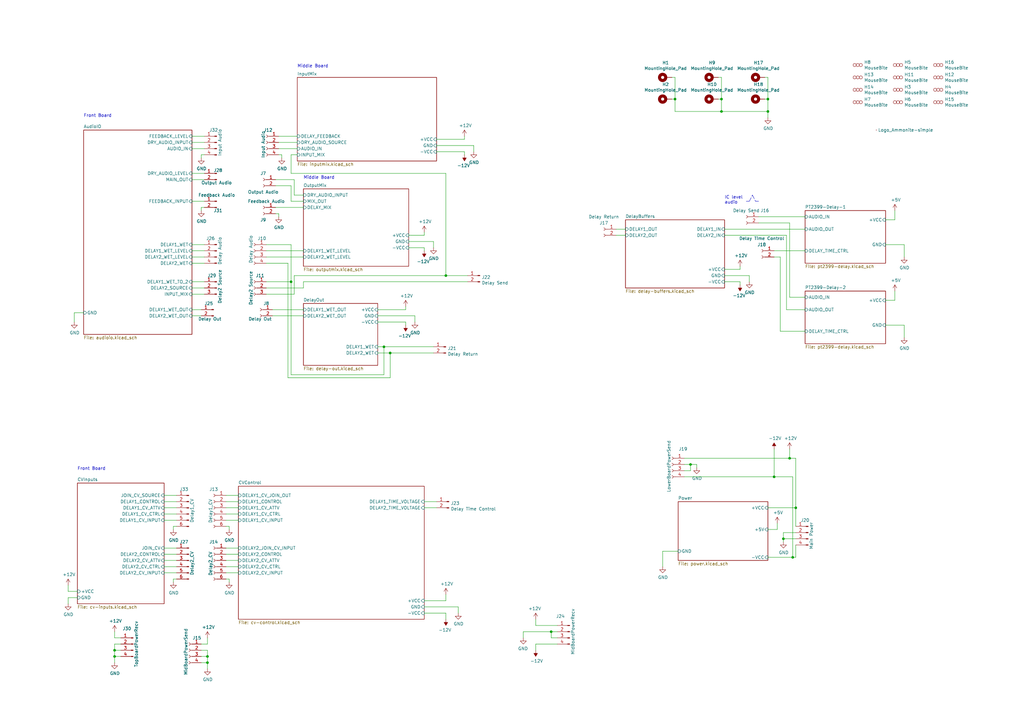
<source format=kicad_sch>
(kicad_sch (version 20211123) (generator eeschema)
  (paper "A3")
  (title_block (title "Dual Digi Delay") (date "2021-12-18") (rev "v02") (comment 2 "creativecommons.org/licenses/by/4.0/") (comment 3 "License: CC BY 4.0") (comment 4 "Author: Guy John"))
  (lib_symbols
    (symbol "Board_Hardware:Logo_Ammonite-simple" (pin_numbers hide) (pin_names (offset 0) hide)
      (property "Value" "Logo_Ammonite-simple" (at -1.27 -1.27 0))
      (symbol "Logo_Ammonite-simple_0_1"
        (circle (center 0 0) (radius 0.0001))
      )
    )
    (symbol "Connector:Conn_01x02_Female" (pin_names (offset 1.016) hide)
      (property "Reference" "J" (at 0 2.54 0))
      (property "Value" "Conn_01x02_Female" (at 0 -5.08 0))
      (symbol "Conn_01x02_Female_1_1"
        (arc (start 0 -2.032) (mid -0.508 -2.54) (end 0 -3.048) (stroke (width 0.1524)))
        (polyline (pts (xy -1.27 -2.54) (xy -0.508 -2.54)) (stroke (width 0.1524)))
        (polyline (pts (xy -1.27 0) (xy -0.508 0)) (stroke (width 0.1524)))
        (arc (start 0 0.508) (mid -0.508 0) (end 0 -0.508) (stroke (width 0.1524)))
        (pin passive line (at -5.08 0 0) (length 3.81) (name "Pin_1") (number "1"))
        (pin passive line (at -5.08 -2.54 0) (length 3.81) (name "Pin_2") (number "2"))
      )
    )
    (symbol "Connector:Conn_01x02_Male" (pin_names (offset 1.016) hide)
      (property "Reference" "J" (at 0 2.54 0))
      (property "Value" "Conn_01x02_Male" (at 0 -5.08 0))
      (symbol "Conn_01x02_Male_1_1"
        (polyline (pts (xy 1.27 -2.54) (xy 0.8636 -2.54)) (stroke (width 0.1524)))
        (polyline (pts (xy 1.27 0) (xy 0.8636 0)) (stroke (width 0.1524)))
        (rectangle (start 0.8636 -2.413) (end 0 -2.667) (stroke (width 0.1524)) (fill (type outline)))
        (rectangle (start 0.8636 0.127) (end 0 -0.127) (stroke (width 0.1524)) (fill (type outline)))
        (pin passive line (at 5.08 0 180) (length 3.81) (name "Pin_1") (number "1"))
        (pin passive line (at 5.08 -2.54 180) (length 3.81) (name "Pin_2") (number "2"))
      )
    )
    (symbol "Connector:Conn_01x03_Female" (pin_names (offset 1.016) hide)
      (property "Reference" "J" (at 0 5.08 0))
      (property "Value" "Conn_01x03_Female" (at 0 -5.08 0))
      (symbol "Conn_01x03_Female_1_1"
        (arc (start 0 -2.032) (mid -0.508 -2.54) (end 0 -3.048) (stroke (width 0.1524)))
        (polyline (pts (xy -1.27 -2.54) (xy -0.508 -2.54)) (stroke (width 0.1524)))
        (polyline (pts (xy -1.27 0) (xy -0.508 0)) (stroke (width 0.1524)))
        (polyline (pts (xy -1.27 2.54) (xy -0.508 2.54)) (stroke (width 0.1524)))
        (arc (start 0 0.508) (mid -0.508 0) (end 0 -0.508) (stroke (width 0.1524)))
        (arc (start 0 3.048) (mid -0.508 2.54) (end 0 2.032) (stroke (width 0.1524)))
        (pin passive line (at -5.08 2.54 0) (length 3.81) (name "Pin_1") (number "1"))
        (pin passive line (at -5.08 0 0) (length 3.81) (name "Pin_2") (number "2"))
        (pin passive line (at -5.08 -2.54 0) (length 3.81) (name "Pin_3") (number "3"))
      )
    )
    (symbol "Connector:Conn_01x03_Male" (pin_names (offset 1.016) hide)
      (property "Reference" "J" (at 0 5.08 0))
      (property "Value" "Conn_01x03_Male" (at 0 -5.08 0))
      (symbol "Conn_01x03_Male_1_1"
        (polyline (pts (xy 1.27 -2.54) (xy 0.8636 -2.54)) (stroke (width 0.1524)))
        (polyline (pts (xy 1.27 0) (xy 0.8636 0)) (stroke (width 0.1524)))
        (polyline (pts (xy 1.27 2.54) (xy 0.8636 2.54)) (stroke (width 0.1524)))
        (rectangle (start 0.8636 -2.413) (end 0 -2.667) (stroke (width 0.1524)) (fill (type outline)))
        (rectangle (start 0.8636 0.127) (end 0 -0.127) (stroke (width 0.1524)) (fill (type outline)))
        (rectangle (start 0.8636 2.667) (end 0 2.413) (stroke (width 0.1524)) (fill (type outline)))
        (pin passive line (at 5.08 2.54 180) (length 3.81) (name "Pin_1") (number "1"))
        (pin passive line (at 5.08 0 180) (length 3.81) (name "Pin_2") (number "2"))
        (pin passive line (at 5.08 -2.54 180) (length 3.81) (name "Pin_3") (number "3"))
      )
    )
    (symbol "Connector:Conn_01x04_Female" (pin_names (offset 1.016) hide)
      (property "Reference" "J" (at 0 5.08 0))
      (property "Value" "Conn_01x04_Female" (at 0 -7.62 0))
      (symbol "Conn_01x04_Female_1_1"
        (arc (start 0 -4.572) (mid -0.508 -5.08) (end 0 -5.588) (stroke (width 0.1524)))
        (arc (start 0 -2.032) (mid -0.508 -2.54) (end 0 -3.048) (stroke (width 0.1524)))
        (polyline (pts (xy -1.27 -5.08) (xy -0.508 -5.08)) (stroke (width 0.1524)))
        (polyline (pts (xy -1.27 -2.54) (xy -0.508 -2.54)) (stroke (width 0.1524)))
        (polyline (pts (xy -1.27 0) (xy -0.508 0)) (stroke (width 0.1524)))
        (polyline (pts (xy -1.27 2.54) (xy -0.508 2.54)) (stroke (width 0.1524)))
        (arc (start 0 0.508) (mid -0.508 0) (end 0 -0.508) (stroke (width 0.1524)))
        (arc (start 0 3.048) (mid -0.508 2.54) (end 0 2.032) (stroke (width 0.1524)))
        (pin passive line (at -5.08 2.54 0) (length 3.81) (name "Pin_1") (number "1"))
        (pin passive line (at -5.08 0 0) (length 3.81) (name "Pin_2") (number "2"))
        (pin passive line (at -5.08 -2.54 0) (length 3.81) (name "Pin_3") (number "3"))
        (pin passive line (at -5.08 -5.08 0) (length 3.81) (name "Pin_4") (number "4"))
      )
    )
    (symbol "Connector:Conn_01x04_Male" (pin_names (offset 1.016) hide)
      (property "Reference" "J" (at 0 5.08 0))
      (property "Value" "Conn_01x04_Male" (at 0 -7.62 0))
      (symbol "Conn_01x04_Male_1_1"
        (polyline (pts (xy 1.27 -5.08) (xy 0.8636 -5.08)) (stroke (width 0.1524)))
        (polyline (pts (xy 1.27 -2.54) (xy 0.8636 -2.54)) (stroke (width 0.1524)))
        (polyline (pts (xy 1.27 0) (xy 0.8636 0)) (stroke (width 0.1524)))
        (polyline (pts (xy 1.27 2.54) (xy 0.8636 2.54)) (stroke (width 0.1524)))
        (rectangle (start 0.8636 -4.953) (end 0 -5.207) (stroke (width 0.1524)) (fill (type outline)))
        (rectangle (start 0.8636 -2.413) (end 0 -2.667) (stroke (width 0.1524)) (fill (type outline)))
        (rectangle (start 0.8636 0.127) (end 0 -0.127) (stroke (width 0.1524)) (fill (type outline)))
        (rectangle (start 0.8636 2.667) (end 0 2.413) (stroke (width 0.1524)) (fill (type outline)))
        (pin passive line (at 5.08 2.54 180) (length 3.81) (name "Pin_1") (number "1"))
        (pin passive line (at 5.08 0 180) (length 3.81) (name "Pin_2") (number "2"))
        (pin passive line (at 5.08 -2.54 180) (length 3.81) (name "Pin_3") (number "3"))
        (pin passive line (at 5.08 -5.08 180) (length 3.81) (name "Pin_4") (number "4"))
      )
    )
    (symbol "Connector:Conn_01x06_Female" (pin_names (offset 1.016) hide)
      (property "Reference" "J" (at 0 7.62 0))
      (property "Value" "Conn_01x06_Female" (at 0 -10.16 0))
      (symbol "Conn_01x06_Female_1_1"
        (arc (start 0 -7.112) (mid -0.508 -7.62) (end 0 -8.128) (stroke (width 0.1524)))
        (arc (start 0 -4.572) (mid -0.508 -5.08) (end 0 -5.588) (stroke (width 0.1524)))
        (arc (start 0 -2.032) (mid -0.508 -2.54) (end 0 -3.048) (stroke (width 0.1524)))
        (polyline (pts (xy -1.27 -7.62) (xy -0.508 -7.62)) (stroke (width 0.1524)))
        (polyline (pts (xy -1.27 -5.08) (xy -0.508 -5.08)) (stroke (width 0.1524)))
        (polyline (pts (xy -1.27 -2.54) (xy -0.508 -2.54)) (stroke (width 0.1524)))
        (polyline (pts (xy -1.27 0) (xy -0.508 0)) (stroke (width 0.1524)))
        (polyline (pts (xy -1.27 2.54) (xy -0.508 2.54)) (stroke (width 0.1524)))
        (polyline (pts (xy -1.27 5.08) (xy -0.508 5.08)) (stroke (width 0.1524)))
        (arc (start 0 0.508) (mid -0.508 0) (end 0 -0.508) (stroke (width 0.1524)))
        (arc (start 0 3.048) (mid -0.508 2.54) (end 0 2.032) (stroke (width 0.1524)))
        (arc (start 0 5.588) (mid -0.508 5.08) (end 0 4.572) (stroke (width 0.1524)))
        (pin passive line (at -5.08 5.08 0) (length 3.81) (name "Pin_1") (number "1"))
        (pin passive line (at -5.08 2.54 0) (length 3.81) (name "Pin_2") (number "2"))
        (pin passive line (at -5.08 0 0) (length 3.81) (name "Pin_3") (number "3"))
        (pin passive line (at -5.08 -2.54 0) (length 3.81) (name "Pin_4") (number "4"))
        (pin passive line (at -5.08 -5.08 0) (length 3.81) (name "Pin_5") (number "5"))
        (pin passive line (at -5.08 -7.62 0) (length 3.81) (name "Pin_6") (number "6"))
      )
    )
    (symbol "Connector:Conn_01x06_Male" (pin_names (offset 1.016) hide)
      (property "Reference" "J" (at 0 7.62 0))
      (property "Value" "Conn_01x06_Male" (at 0 -10.16 0))
      (symbol "Conn_01x06_Male_1_1"
        (polyline (pts (xy 1.27 -7.62) (xy 0.8636 -7.62)) (stroke (width 0.1524)))
        (polyline (pts (xy 1.27 -5.08) (xy 0.8636 -5.08)) (stroke (width 0.1524)))
        (polyline (pts (xy 1.27 -2.54) (xy 0.8636 -2.54)) (stroke (width 0.1524)))
        (polyline (pts (xy 1.27 0) (xy 0.8636 0)) (stroke (width 0.1524)))
        (polyline (pts (xy 1.27 2.54) (xy 0.8636 2.54)) (stroke (width 0.1524)))
        (polyline (pts (xy 1.27 5.08) (xy 0.8636 5.08)) (stroke (width 0.1524)))
        (rectangle (start 0.8636 -7.493) (end 0 -7.747) (stroke (width 0.1524)) (fill (type outline)))
        (rectangle (start 0.8636 -4.953) (end 0 -5.207) (stroke (width 0.1524)) (fill (type outline)))
        (rectangle (start 0.8636 -2.413) (end 0 -2.667) (stroke (width 0.1524)) (fill (type outline)))
        (rectangle (start 0.8636 0.127) (end 0 -0.127) (stroke (width 0.1524)) (fill (type outline)))
        (rectangle (start 0.8636 2.667) (end 0 2.413) (stroke (width 0.1524)) (fill (type outline)))
        (rectangle (start 0.8636 5.207) (end 0 4.953) (stroke (width 0.1524)) (fill (type outline)))
        (pin passive line (at 5.08 5.08 180) (length 3.81) (name "Pin_1") (number "1"))
        (pin passive line (at 5.08 2.54 180) (length 3.81) (name "Pin_2") (number "2"))
        (pin passive line (at 5.08 0 180) (length 3.81) (name "Pin_3") (number "3"))
        (pin passive line (at 5.08 -2.54 180) (length 3.81) (name "Pin_4") (number "4"))
        (pin passive line (at 5.08 -5.08 180) (length 3.81) (name "Pin_5") (number "5"))
        (pin passive line (at 5.08 -7.62 180) (length 3.81) (name "Pin_6") (number "6"))
      )
    )
    (symbol "Mechanical:MountingHole_Pad" (pin_numbers hide) (pin_names (offset 1.016) hide)
      (property "Reference" "H" (at 0 6.35 0))
      (property "Value" "MountingHole_Pad" (at 0 4.445 0))
      (symbol "MountingHole_Pad_0_1"
        (circle (center 0 1.27) (radius 1.27) (stroke (width 1.27)))
      )
      (symbol "MountingHole_Pad_1_1"
        (pin input line (at 0 -2.54 90) (length 2.54) (name "1") (number "1"))
      )
    )
    (symbol "Panelization:MouseBite" (pin_names (offset 1.016))
      (property "Reference" "H" (at 0 2.54 0))
      (property "Value" "MouseBite" (at 0 -1.905 0))
      (symbol "MouseBite_0_1"
        (circle (center -1.27 0) (radius 0.635))
        (circle (center 0 0) (radius 0.635))
        (circle (center 1.27 0) (radius 0.635))
      )
    )
    (symbol "power:+12V" (power) (pin_names (offset 0))
      (property "Value" "+12V" (at 0 3.556 0))
      (symbol "+12V_0_1"
        (polyline (pts (xy -0.762 1.27) (xy 0 2.54)))
        (polyline (pts (xy 0 0) (xy 0 2.54)))
        (polyline (pts (xy 0 2.54) (xy 0.762 1.27)))
      )
      (symbol "+12V_1_1"
        (pin power_in line (at 0 0 90) (length 0) hide (name "+12V") (number "1"))
      )
    )
    (symbol "power:+5V" (power) (pin_names (offset 0))
      (property "Value" "+5V" (at 0 3.556 0))
      (symbol "+5V_0_1"
        (polyline (pts (xy -0.762 1.27) (xy 0 2.54)))
        (polyline (pts (xy 0 0) (xy 0 2.54)))
        (polyline (pts (xy 0 2.54) (xy 0.762 1.27)))
      )
      (symbol "+5V_1_1"
        (pin power_in line (at 0 0 90) (length 0) hide (name "+5V") (number "1"))
      )
    )
    (symbol "power:-12V" (power) (pin_names (offset 0))
      (property "Value" "-12V" (at 0 3.81 0))
      (symbol "-12V_0_0"
        (pin power_in line (at 0 0 90) (length 0) hide (name "-12V") (number "1"))
      )
      (symbol "-12V_0_1"
        (polyline (pts (xy 0 0) (xy 0 1.27) (xy 0.762 1.27) (xy 0 2.54) (xy -0.762 1.27) (xy 0 1.27)) (fill (type outline)))
      )
    )
    (symbol "power:GND" (power) (pin_names (offset 0))
      (property "Value" "GND" (at 0 -3.81 0))
      (symbol "GND_0_1"
        (polyline (pts (xy 0 0) (xy 0 -1.27) (xy 1.27 -1.27) (xy 0 -2.54) (xy -1.27 -1.27) (xy 0 -1.27)))
      )
      (symbol "GND_1_1"
        (pin power_in line (at 0 0 270) (length 0) hide (name "GND") (number "1"))
      )
    )
  )
  (junction (at 276.86 40.64))
  (junction (at 160.02 144.78))
  (junction (at 182.88 113.03))
  (junction (at 295.91 40.64))
  (junction (at 85.09 271.78))
  (junction (at 46.99 269.24))
  (junction (at 157.48 142.24))
  (junction (at 85.09 269.24))
  (junction (at 325.12 228.6))
  (junction (at 323.85 187.96))
  (junction (at 283.21 190.5))
  (junction (at 317.5 195.58))
  (junction (at 321.31 220.98))
  (junction (at 295.91 45.72))
  (junction (at 314.96 45.72))
  (junction (at 119.38 115.57))
  (junction (at 326.39 208.28))
  (junction (at 226.06 259.08))
  (junction (at 46.99 266.7))
  (junction (at 314.96 40.64))
  (wire (pts (xy 318.77 217.17) (xy 318.77 214.63)))
  (wire (pts (xy 367.03 90.17) (xy 367.03 86.36)))
  (wire (pts (xy 307.34 113.03) (xy 307.34 115.57)))
  (wire (pts (xy 283.21 190.5) (xy 285.75 190.5)))
  (wire (pts (xy 124.46 127) (xy 111.76 127)))
  (wire (pts (xy 85.09 264.16) (xy 85.09 261.62)))
  (wire (pts (xy 325.12 228.6) (xy 325.12 195.58)))
  (wire (pts (xy 83.82 115.57) (xy 78.74 115.57)))
  (wire (pts (xy 119.38 71.12) (xy 182.88 71.12)))
  (wire (pts (xy 121.92 63.5) (xy 119.38 63.5)))
  (wire (pts (xy 72.39 213.36) (xy 67.31 213.36)))
  (wire (pts (xy 115.57 63.5) (xy 115.57 64.77)))
  (wire (pts (xy 330.2 88.9) (xy 311.15 88.9)))
  (wire (pts (xy 82.55 264.16) (xy 85.09 264.16)))
  (wire (pts (xy 314.96 228.6) (xy 325.12 228.6)))
  (wire (pts (xy 154.94 127) (xy 166.37 127)))
  (wire (pts (xy 31.75 242.57) (xy 27.94 242.57)))
  (wire (pts (xy 276.86 45.72) (xy 295.91 45.72)))
  (wire (pts (xy 115.57 63.5) (xy 114.3 63.5)))
  (wire (pts (xy 190.5 63.5) (xy 190.5 62.23)))
  (wire (pts (xy 109.22 115.57) (xy 119.38 115.57)))
  (polyline (pts (xy 309.88 82.55) (xy 311.15 82.55)))
  (wire (pts (xy 30.48 128.27) (xy 30.48 132.08)))
  (wire (pts (xy 182.88 251.46) (xy 182.88 254)))
  (wire (pts (xy 363.22 133.35) (xy 370.84 133.35)))
  (wire (pts (xy 67.31 205.74) (xy 72.39 205.74)))
  (wire (pts (xy 71.12 215.9) (xy 72.39 215.9)))
  (polyline (pts (xy 307.34 82.55) (xy 308.61 80.01)))
  (wire (pts (xy 109.22 100.33) (xy 119.38 100.33)))
  (wire (pts (xy 167.64 96.52) (xy 173.99 96.52)))
  (wire (pts (xy 219.71 256.54) (xy 219.71 254)))
  (wire (pts (xy 72.39 234.95) (xy 67.31 234.95)))
  (wire (pts (xy 363.22 90.17) (xy 367.03 90.17)))
  (wire (pts (xy 320.04 135.89) (xy 320.04 105.41)))
  (wire (pts (xy 170.18 129.54) (xy 170.18 132.08)))
  (wire (pts (xy 182.88 113.03) (xy 191.77 113.03)))
  (wire (pts (xy 124.46 115.57) (xy 191.77 115.57)))
  (wire (pts (xy 113.03 76.2) (xy 119.38 76.2)))
  (wire (pts (xy 92.71 210.82) (xy 97.79 210.82)))
  (wire (pts (xy 83.82 58.42) (xy 78.74 58.42)))
  (wire (pts (xy 154.94 132.08) (xy 166.37 132.08)))
  (wire (pts (xy 154.94 129.54) (xy 170.18 129.54)))
  (wire (pts (xy 46.99 261.62) (xy 46.99 259.08)))
  (polyline (pts (xy 306.07 82.55) (xy 307.34 82.55)))
  (wire (pts (xy 114.3 55.88) (xy 121.92 55.88)))
  (wire (pts (xy 179.07 62.23) (xy 190.5 62.23)))
  (wire (pts (xy 326.39 187.96) (xy 326.39 208.28)))
  (wire (pts (xy 317.5 105.41) (xy 320.04 105.41)))
  (wire (pts (xy 49.53 266.7) (xy 46.99 266.7)))
  (wire (pts (xy 46.99 264.16) (xy 46.99 266.7)))
  (wire (pts (xy 46.99 266.7) (xy 46.99 269.24)))
  (wire (pts (xy 182.88 246.38) (xy 182.88 243.84)))
  (wire (pts (xy 119.38 100.33) (xy 119.38 115.57)))
  (wire (pts (xy 317.5 195.58) (xy 317.5 184.15)))
  (wire (pts (xy 92.71 232.41) (xy 97.79 232.41)))
  (wire (pts (xy 226.06 261.62) (xy 226.06 259.08)))
  (wire (pts (xy 311.15 91.44) (xy 323.85 91.44)))
  (wire (pts (xy 363.22 123.19) (xy 367.03 123.19)))
  (wire (pts (xy 118.11 107.95) (xy 118.11 154.94)))
  (wire (pts (xy 78.74 71.12) (xy 83.82 71.12)))
  (wire (pts (xy 27.94 245.11) (xy 27.94 247.65)))
  (wire (pts (xy 370.84 100.33) (xy 370.84 105.41)))
  (wire (pts (xy 92.71 234.95) (xy 97.79 234.95)))
  (wire (pts (xy 119.38 76.2) (xy 119.38 82.55)))
  (wire (pts (xy 67.31 203.2) (xy 72.39 203.2)))
  (wire (pts (xy 166.37 133.35) (xy 166.37 132.08)))
  (wire (pts (xy 326.39 187.96) (xy 323.85 187.96)))
  (wire (pts (xy 295.91 31.75) (xy 294.64 31.75)))
  (wire (pts (xy 114.3 60.96) (xy 121.92 60.96)))
  (wire (pts (xy 182.88 71.12) (xy 182.88 113.03)))
  (wire (pts (xy 228.6 261.62) (xy 226.06 261.62)))
  (wire (pts (xy 92.71 203.2) (xy 97.79 203.2)))
  (wire (pts (xy 313.69 40.64) (xy 314.96 40.64)))
  (wire (pts (xy 326.39 228.6) (xy 326.39 223.52)))
  (wire (pts (xy 330.2 93.98) (xy 297.18 93.98)))
  (wire (pts (xy 214.63 259.08) (xy 214.63 261.62)))
  (wire (pts (xy 323.85 187.96) (xy 280.67 187.96)))
  (wire (pts (xy 67.31 232.41) (xy 72.39 232.41)))
  (wire (pts (xy 330.2 121.92) (xy 323.85 121.92)))
  (wire (pts (xy 321.31 222.25) (xy 321.31 220.98)))
  (wire (pts (xy 226.06 259.08) (xy 228.6 259.08)))
  (wire (pts (xy 326.39 220.98) (xy 321.31 220.98)))
  (wire (pts (xy 167.64 99.06) (xy 177.8 99.06)))
  (wire (pts (xy 109.22 107.95) (xy 118.11 107.95)))
  (wire (pts (xy 303.53 116.84) (xy 303.53 115.57)))
  (wire (pts (xy 173.99 96.52) (xy 173.99 95.25)))
  (wire (pts (xy 92.71 227.33) (xy 97.79 227.33)))
  (wire (pts (xy 78.74 102.87) (xy 83.82 102.87)))
  (wire (pts (xy 214.63 259.08) (xy 226.06 259.08)))
  (wire (pts (xy 228.6 256.54) (xy 219.71 256.54)))
  (wire (pts (xy 322.58 96.52) (xy 322.58 127)))
  (wire (pts (xy 34.29 128.27) (xy 30.48 128.27)))
  (wire (pts (xy 190.5 57.15) (xy 190.5 55.88)))
  (polyline (pts (xy 308.61 80.01) (xy 309.88 82.55)))
  (wire (pts (xy 92.71 213.36) (xy 97.79 213.36)))
  (wire (pts (xy 83.82 73.66) (xy 78.74 73.66)))
  (wire (pts (xy 72.39 237.49) (xy 71.12 237.49)))
  (wire (pts (xy 46.99 269.24) (xy 46.99 271.78)))
  (wire (pts (xy 317.5 102.87) (xy 330.2 102.87)))
  (wire (pts (xy 83.82 118.11) (xy 78.74 118.11)))
  (wire (pts (xy 314.96 31.75) (xy 313.69 31.75)))
  (wire (pts (xy 276.86 40.64) (xy 276.86 31.75)))
  (wire (pts (xy 92.71 215.9) (xy 93.98 215.9)))
  (wire (pts (xy 49.53 264.16) (xy 46.99 264.16)))
  (wire (pts (xy 177.8 144.78) (xy 160.02 144.78)))
  (wire (pts (xy 326.39 208.28) (xy 326.39 215.9)))
  (wire (pts (xy 325.12 228.6) (xy 326.39 228.6)))
  (wire (pts (xy 325.12 195.58) (xy 317.5 195.58)))
  (wire (pts (xy 78.74 127) (xy 82.55 127)))
  (wire (pts (xy 71.12 237.49) (xy 71.12 238.76)))
  (wire (pts (xy 67.31 224.79) (xy 72.39 224.79)))
  (wire (pts (xy 179.07 208.28) (xy 173.99 208.28)))
  (wire (pts (xy 113.03 85.09) (xy 124.46 85.09)))
  (wire (pts (xy 113.03 73.66) (xy 120.65 73.66)))
  (wire (pts (xy 71.12 215.9) (xy 71.12 217.17)))
  (wire (pts (xy 280.67 190.5) (xy 283.21 190.5)))
  (wire (pts (xy 317.5 195.58) (xy 280.67 195.58)))
  (wire (pts (xy 271.78 226.06) (xy 278.13 226.06)))
  (wire (pts (xy 124.46 115.57) (xy 124.46 118.11)))
  (wire (pts (xy 314.96 48.26) (xy 314.96 45.72)))
  (wire (pts (xy 303.53 110.49) (xy 303.53 109.22)))
  (wire (pts (xy 154.94 142.24) (xy 157.48 142.24)))
  (wire (pts (xy 314.96 208.28) (xy 326.39 208.28)))
  (wire (pts (xy 321.31 220.98) (xy 321.31 218.44)))
  (wire (pts (xy 276.86 40.64) (xy 276.86 45.72)))
  (wire (pts (xy 295.91 40.64) (xy 295.91 31.75)))
  (wire (pts (xy 82.55 85.09) (xy 83.82 85.09)))
  (wire (pts (xy 297.18 113.03) (xy 307.34 113.03)))
  (wire (pts (xy 114.3 87.63) (xy 114.3 88.9)))
  (wire (pts (xy 297.18 110.49) (xy 303.53 110.49)))
  (wire (pts (xy 330.2 127) (xy 322.58 127)))
  (wire (pts (xy 120.65 73.66) (xy 120.65 80.01)))
  (wire (pts (xy 314.96 217.17) (xy 318.77 217.17)))
  (wire (pts (xy 109.22 102.87) (xy 124.46 102.87)))
  (wire (pts (xy 83.82 60.96) (xy 78.74 60.96)))
  (wire (pts (xy 285.75 190.5) (xy 285.75 191.77)))
  (wire (pts (xy 280.67 193.04) (xy 283.21 193.04)))
  (wire (pts (xy 187.96 248.92) (xy 187.96 251.46)))
  (wire (pts (xy 294.64 40.64) (xy 295.91 40.64)))
  (wire (pts (xy 322.58 96.52) (xy 297.18 96.52)))
  (wire (pts (xy 157.48 142.24) (xy 177.8 142.24)))
  (wire (pts (xy 323.85 187.96) (xy 323.85 184.15)))
  (wire (pts (xy 78.74 129.54) (xy 82.55 129.54)))
  (wire (pts (xy 92.71 229.87) (xy 97.79 229.87)))
  (wire (pts (xy 314.96 40.64) (xy 314.96 31.75)))
  (wire (pts (xy 67.31 227.33) (xy 72.39 227.33)))
  (wire (pts (xy 85.09 271.78) (xy 85.09 274.32)))
  (wire (pts (xy 276.86 31.75) (xy 275.59 31.75)))
  (wire (pts (xy 167.64 101.6) (xy 173.99 101.6)))
  (wire (pts (xy 120.65 120.65) (xy 109.22 120.65)))
  (wire (pts (xy 93.98 215.9) (xy 93.98 217.17)))
  (wire (pts (xy 252.73 93.98) (xy 256.54 93.98)))
  (wire (pts (xy 31.75 245.11) (xy 27.94 245.11)))
  (wire (pts (xy 177.8 99.06) (xy 177.8 101.6)))
  (wire (pts (xy 49.53 261.62) (xy 46.99 261.62)))
  (wire (pts (xy 367.03 123.19) (xy 367.03 119.38)))
  (wire (pts (xy 173.99 246.38) (xy 182.88 246.38)))
  (wire (pts (xy 154.94 144.78) (xy 160.02 144.78)))
  (wire (pts (xy 67.31 208.28) (xy 72.39 208.28)))
  (wire (pts (xy 82.55 269.24) (xy 85.09 269.24)))
  (wire (pts (xy 82.55 63.5) (xy 83.82 63.5)))
  (wire (pts (xy 182.88 251.46) (xy 173.99 251.46)))
  (wire (pts (xy 27.94 242.57) (xy 27.94 240.03)))
  (wire (pts (xy 314.96 45.72) (xy 314.96 40.64)))
  (wire (pts (xy 92.71 205.74) (xy 97.79 205.74)))
  (wire (pts (xy 256.54 96.52) (xy 252.73 96.52)))
  (wire (pts (xy 330.2 135.89) (xy 320.04 135.89)))
  (wire (pts (xy 109.22 118.11) (xy 124.46 118.11)))
  (wire (pts (xy 219.71 264.16) (xy 219.71 266.7)))
  (wire (pts (xy 120.65 80.01) (xy 124.46 80.01)))
  (wire (pts (xy 67.31 229.87) (xy 72.39 229.87)))
  (wire (pts (xy 78.74 105.41) (xy 83.82 105.41)))
  (wire (pts (xy 160.02 144.78) (xy 160.02 154.94)))
  (wire (pts (xy 83.82 82.55) (xy 78.74 82.55)))
  (wire (pts (xy 119.38 82.55) (xy 124.46 82.55)))
  (wire (pts (xy 370.84 133.35) (xy 370.84 138.43)))
  (wire (pts (xy 219.71 264.16) (xy 228.6 264.16)))
  (wire (pts (xy 118.11 154.94) (xy 160.02 154.94)))
  (wire (pts (xy 78.74 100.33) (xy 83.82 100.33)))
  (wire (pts (xy 179.07 59.69) (xy 194.31 59.69)))
  (wire (pts (xy 119.38 153.67) (xy 157.48 153.67)))
  (wire (pts (xy 85.09 269.24) (xy 85.09 271.78)))
  (wire (pts (xy 114.3 87.63) (xy 113.03 87.63)))
  (wire (pts (xy 67.31 210.82) (xy 72.39 210.82)))
  (wire (pts (xy 83.82 120.65) (xy 78.74 120.65)))
  (wire (pts (xy 49.53 269.24) (xy 46.99 269.24)))
  (wire (pts (xy 119.38 63.5) (xy 119.38 71.12)))
  (wire (pts (xy 82.55 85.09) (xy 82.55 86.36)))
  (wire (pts (xy 109.22 105.41) (xy 124.46 105.41)))
  (wire (pts (xy 194.31 59.69) (xy 194.31 62.23)))
  (wire (pts (xy 93.98 237.49) (xy 93.98 238.76)))
  (wire (pts (xy 82.55 63.5) (xy 82.55 64.77)))
  (wire (pts (xy 295.91 40.64) (xy 295.91 45.72)))
  (wire (pts (xy 92.71 237.49) (xy 93.98 237.49)))
  (wire (pts (xy 323.85 91.44) (xy 323.85 121.92)))
  (wire (pts (xy 78.74 55.88) (xy 83.82 55.88)))
  (wire (pts (xy 78.74 107.95) (xy 83.82 107.95)))
  (wire (pts (xy 157.48 153.67) (xy 157.48 142.24)))
  (wire (pts (xy 119.38 115.57) (xy 119.38 153.67)))
  (wire (pts (xy 114.3 58.42) (xy 121.92 58.42)))
  (wire (pts (xy 295.91 45.72) (xy 314.96 45.72)))
  (wire (pts (xy 297.18 115.57) (xy 303.53 115.57)))
  (wire (pts (xy 283.21 193.04) (xy 283.21 190.5)))
  (wire (pts (xy 179.07 205.74) (xy 173.99 205.74)))
  (wire (pts (xy 82.55 271.78) (xy 85.09 271.78)))
  (wire (pts (xy 271.78 232.41) (xy 271.78 226.06)))
  (wire (pts (xy 179.07 57.15) (xy 190.5 57.15)))
  (wire (pts (xy 85.09 266.7) (xy 85.09 269.24)))
  (wire (pts (xy 111.76 129.54) (xy 124.46 129.54)))
  (wire (pts (xy 92.71 224.79) (xy 97.79 224.79)))
  (wire (pts (xy 321.31 218.44) (xy 326.39 218.44)))
  (wire (pts (xy 187.96 248.92) (xy 173.99 248.92)))
  (wire (pts (xy 363.22 100.33) (xy 370.84 100.33)))
  (wire (pts (xy 173.99 102.87) (xy 173.99 101.6)))
  (wire (pts (xy 275.59 40.64) (xy 276.86 40.64)))
  (wire (pts (xy 92.71 208.28) (xy 97.79 208.28)))
  (wire (pts (xy 82.55 266.7) (xy 85.09 266.7)))
  (wire (pts (xy 120.65 113.03) (xy 120.65 120.65)))
  (wire (pts (xy 120.65 113.03) (xy 182.88 113.03)))
  (wire (pts (xy 166.37 127) (xy 166.37 125.73)))
  (text "IC level\naudio" (at 297.18 83.82 0) (effects (font (size 1.27 1.27)) (justify left bottom)))
  (text "Middle Board" (at 121.92 27.94 0) (effects (font (size 1.27 1.27)) (justify left bottom)))
  (text "Front Board" (at 34.29 48.26 0) (effects (font (size 1.27 1.27)) (justify left bottom)))
  (text "Front Board" (at 31.75 193.04 0) (effects (font (size 1.27 1.27)) (justify left bottom)))
  (text "Middle Board" (at 124.46 73.66 0) (effects (font (size 1.27 1.27)) (justify left bottom)))
  (symbol (lib_id "Mechanical:MountingHole_Pad") (at 273.05 31.75 90) (unit 1)
    (property "Reference" "H1" (at 272.9738 25.7302 90))
    (property "Value" "MountingHole_Pad" (at 272.9738 28.0416 90))
    (property "Footprint" "MountingHole:MountingHole_3.2mm_M3_Pad" (effects hide))
  )
  (symbol (lib_id "Mechanical:MountingHole_Pad") (at 292.1 31.75 90) (unit 1)
    (property "Reference" "H9" (at 292.0238 25.7302 90))
    (property "Value" "MountingHole_Pad" (at 292.0238 28.0416 90))
    (property "Footprint" "MountingHole:MountingHole_3.2mm_M3_Pad" (effects hide))
  )
  (symbol (lib_id "Mechanical:MountingHole_Pad") (at 292.1 40.64 90) (unit 1)
    (property "Reference" "H10" (at 292.0238 34.6202 90))
    (property "Value" "MountingHole_Pad" (at 292.0238 36.9316 90))
    (property "Footprint" "MountingHole:MountingHole_3.2mm_M3_Pad" (effects hide))
  )
  (symbol (lib_id "Mechanical:MountingHole_Pad") (at 273.05 40.64 90) (unit 1)
    (property "Reference" "H2" (at 272.9738 34.6202 90))
    (property "Value" "MountingHole_Pad" (at 272.9738 36.9316 90))
    (property "Footprint" "MountingHole:MountingHole_3.2mm_M3_Pad" (effects hide))
  )
  (symbol (lib_id "Mechanical:MountingHole_Pad") (at 311.15 31.75 90) (unit 1)
    (property "Reference" "H17" (at 311.0738 25.7302 90))
    (property "Value" "MountingHole_Pad" (at 311.0738 28.0416 90))
    (property "Footprint" "MountingHole:MountingHole_3.2mm_M3_Pad" (effects hide))
  )
  (symbol (lib_id "Mechanical:MountingHole_Pad") (at 311.15 40.64 90) (unit 1)
    (property "Reference" "H18" (at 311.0738 34.6202 90))
    (property "Value" "MountingHole_Pad" (at 311.0738 36.9316 90))
    (property "Footprint" "MountingHole:MountingHole_3.2mm_M3_Pad" (effects hide))
  )
  (symbol (lib_id "power:GND") (at 314.96 48.26 0) (unit 1)
    (property "Reference" "#PWR0101" (effects hide))
    (property "Value" "GND" (at 315.087 52.6542 0))
  )
  (symbol (lib_id "power:+12V") (at 323.85 184.15 0) (unit 1)
    (property "Reference" "#PWR0103" (effects hide))
    (property "Value" "+12V" (at 324.231 179.7558 0))
  )
  (symbol (lib_id "power:-12V") (at 317.5 184.15 0) (unit 1)
    (property "Reference" "#PWR0104" (effects hide))
    (property "Value" "-12V" (at 317.881 179.7558 0))
  )
  (symbol (lib_id "power:-12V") (at 182.88 254 180) (unit 1)
    (property "Reference" "#PWR0102" (effects hide))
    (property "Value" "-12V" (at 182.499 258.3942 0))
  )
  (symbol (lib_id "power:+12V") (at 182.88 243.84 0) (unit 1)
    (property "Reference" "#PWR0105" (effects hide))
    (property "Value" "+12V" (at 183.261 239.4458 0))
  )
  (symbol (lib_id "power:GND") (at 187.96 251.46 0) (unit 1)
    (property "Reference" "#PWR0106" (effects hide))
    (property "Value" "GND" (at 188.087 255.8542 0))
  )
  (symbol (lib_id "power:-12V") (at 166.37 133.35 180) (unit 1)
    (property "Reference" "#PWR0107" (effects hide))
    (property "Value" "-12V" (at 165.989 137.7442 0))
  )
  (symbol (lib_id "power:+12V") (at 166.37 125.73 0) (unit 1)
    (property "Reference" "#PWR0108" (effects hide))
    (property "Value" "+12V" (at 166.751 121.3358 0))
  )
  (symbol (lib_id "power:GND") (at 170.18 132.08 0) (unit 1)
    (property "Reference" "#PWR0109" (effects hide))
    (property "Value" "GND" (at 170.307 136.4742 0))
  )
  (symbol (lib_id "power:-12V") (at 173.99 102.87 180) (unit 1)
    (property "Reference" "#PWR0110" (effects hide))
    (property "Value" "-12V" (at 173.609 107.2642 0))
  )
  (symbol (lib_id "power:+12V") (at 173.99 95.25 0) (unit 1)
    (property "Reference" "#PWR0111" (effects hide))
    (property "Value" "+12V" (at 174.371 90.8558 0))
  )
  (symbol (lib_id "power:GND") (at 177.8 101.6 0) (unit 1)
    (property "Reference" "#PWR0112" (effects hide))
    (property "Value" "GND" (at 177.927 105.9942 0))
  )
  (symbol (lib_id "power:-12V") (at 190.5 63.5 180) (unit 1)
    (property "Reference" "#PWR0113" (effects hide))
    (property "Value" "-12V" (at 190.119 67.8942 0))
  )
  (symbol (lib_id "power:+12V") (at 190.5 55.88 0) (unit 1)
    (property "Reference" "#PWR0114" (effects hide))
    (property "Value" "+12V" (at 190.881 51.4858 0))
  )
  (symbol (lib_id "power:GND") (at 194.31 62.23 0) (unit 1)
    (property "Reference" "#PWR0115" (effects hide))
    (property "Value" "GND" (at 194.437 66.6242 0))
  )
  (symbol (lib_id "Connector:Conn_01x03_Female") (at 104.14 118.11 0) (mirror y) (unit 1)
    (property "Reference" "J11" (at 106.68 113.03 0))
    (property "Value" "Delay2 Source" (at 102.87 118.11 90))
    (property "Footprint" "Connector_PinSocket_2.54mm:PinSocket_1x03_P2.54mm_Vertical" (effects hide))
  )
  (symbol (lib_id "Connector:Conn_01x03_Male") (at 88.9 118.11 0) (mirror y) (unit 1)
    (property "Reference" "J29" (at 85.09 113.03 0) (effects (justify right)))
    (property "Value" "Delay2 Source" (at 90.17 110.49 90) (effects (justify right)))
    (property "Footprint" "Connector_PinHeader_2.54mm:PinHeader_1x03_P2.54mm_Vertical" (effects hide))
  )
  (symbol (lib_id "Connector:Conn_01x04_Male") (at 88.9 102.87 0) (mirror y) (unit 1)
    (property "Reference" "J26" (at 86.36 97.79 0))
    (property "Value" "Delay Audio" (at 90.17 102.87 90))
    (property "Footprint" "Connector_PinHeader_2.54mm:PinHeader_1x04_P2.54mm_Vertical" (effects hide))
  )
  (symbol (lib_id "Connector:Conn_01x04_Female") (at 104.14 102.87 0) (mirror y) (unit 1)
    (property "Reference" "J10" (at 109.22 97.79 0) (effects (justify left)))
    (property "Value" "Delay Audio" (at 102.87 107.95 90) (effects (justify left)))
    (property "Footprint" "Connector_PinSocket_2.54mm:PinSocket_1x04_P2.54mm_Vertical" (effects hide))
  )
  (symbol (lib_id "power:-12V") (at 303.53 116.84 180) (unit 1)
    (property "Reference" "#PWR0116" (effects hide))
    (property "Value" "-12V" (at 303.149 121.2342 0))
  )
  (symbol (lib_id "power:+12V") (at 303.53 109.22 0) (unit 1)
    (property "Reference" "#PWR0117" (effects hide))
    (property "Value" "+12V" (at 303.911 104.8258 0))
  )
  (symbol (lib_id "power:GND") (at 307.34 115.57 0) (unit 1)
    (property "Reference" "#PWR0118" (effects hide))
    (property "Value" "GND" (at 307.467 119.9642 0))
  )
  (symbol (lib_id "Connector:Conn_01x04_Female") (at 77.47 266.7 0) (mirror y) (unit 1)
    (property "Reference" "J15" (at 82.55 261.62 0) (effects (justify left)))
    (property "Value" "MidBoardPowerSend" (at 76.2 276.86 90) (effects (justify left)))
    (property "Footprint" "Connector_PinSocket_2.54mm:PinSocket_1x04_P2.54mm_Vertical" (effects hide))
  )
  (symbol (lib_id "power:+12V") (at 85.09 261.62 0) (unit 1)
    (property "Reference" "#PWR0119" (effects hide))
    (property "Value" "+12V" (at 85.471 257.2258 0))
  )
  (symbol (lib_id "power:GND") (at 85.09 274.32 0) (unit 1)
    (property "Reference" "#PWR0120" (effects hide))
    (property "Value" "GND" (at 85.217 278.7142 0))
  )
  (symbol (lib_id "Connector:Conn_01x02_Male") (at 184.15 205.74 0) (mirror y) (unit 1)
    (property "Reference" "J23" (at 184.8612 206.4004 0) (effects (justify right)))
    (property "Value" "Delay Time Control" (at 184.8612 208.7118 0) (effects (justify right)))
    (property "Footprint" "Connector_PinHeader_2.54mm:PinHeader_1x02_P2.54mm_Vertical" (effects hide))
  )
  (symbol (lib_id "power:+12V") (at 46.99 259.08 0) (unit 1)
    (property "Reference" "#PWR0121" (effects hide))
    (property "Value" "+12V" (at 47.371 254.6858 0))
  )
  (symbol (lib_id "power:GND") (at 46.99 271.78 0) (unit 1)
    (property "Reference" "#PWR0122" (effects hide))
    (property "Value" "GND" (at 47.117 276.1742 0))
  )
  (symbol (lib_id "power:GND") (at 30.48 132.08 0) (unit 1)
    (property "Reference" "#PWR0123" (effects hide))
    (property "Value" "GND" (at 30.607 136.4742 0))
  )
  (symbol (lib_id "power:GND") (at 27.94 247.65 0) (unit 1)
    (property "Reference" "#PWR0124" (effects hide))
    (property "Value" "GND" (at 28.067 252.0442 0))
  )
  (symbol (lib_id "power:+12V") (at 27.94 240.03 0) (unit 1)
    (property "Reference" "#PWR0125" (effects hide))
    (property "Value" "+12V" (at 28.321 235.6358 0))
  )
  (symbol (lib_id "power:GND") (at 82.55 86.36 0) (unit 1)
    (property "Reference" "#PWR0126" (effects hide))
    (property "Value" "GND" (at 82.677 90.7542 0))
  )
  (symbol (lib_id "power:GND") (at 82.55 64.77 0) (unit 1)
    (property "Reference" "#PWR0127" (effects hide))
    (property "Value" "GND" (at 82.677 69.1642 0))
  )
  (symbol (lib_id "power:GND") (at 114.3 88.9 0) (unit 1)
    (property "Reference" "#PWR0128" (effects hide))
    (property "Value" "GND" (at 114.427 93.2942 0))
  )
  (symbol (lib_id "power:GND") (at 115.57 64.77 0) (unit 1)
    (property "Reference" "#PWR0129" (effects hide))
    (property "Value" "GND" (at 115.697 69.1642 0))
  )
  (symbol (lib_id "power:-12V") (at 219.71 266.7 0) (mirror x) (unit 1)
    (property "Reference" "#PWR014" (effects hide))
    (property "Value" "-12V" (at 220.091 271.0942 0))
  )
  (symbol (lib_id "power:+12V") (at 219.71 254 0) (mirror y) (unit 1)
    (property "Reference" "#PWR013" (effects hide))
    (property "Value" "+12V" (at 219.329 249.6058 0))
  )
  (symbol (lib_id "power:GND") (at 214.63 261.62 0) (mirror y) (unit 1)
    (property "Reference" "#PWR012" (effects hide))
    (property "Value" "GND" (at 214.503 266.0142 0))
  )
  (symbol (lib_id "Panelization:MouseBite") (at 351.79 26.67 0) (unit 1)
    (property "Reference" "H8" (at 354.4062 25.5016 0) (effects (justify left)))
    (property "Value" "MouseBite" (at 354.4062 27.813 0) (effects (justify left)))
    (property "Footprint" "Panelization:mouse-bite-2mm-slot" (effects hide))
  )
  (symbol (lib_id "Panelization:MouseBite") (at 351.79 31.75 0) (unit 1)
    (property "Reference" "H13" (at 354.4062 30.5816 0) (effects (justify left)))
    (property "Value" "MouseBite" (at 354.4062 32.893 0) (effects (justify left)))
    (property "Footprint" "Panelization:mouse-bite-2mm-slot" (effects hide))
  )
  (symbol (lib_id "Panelization:MouseBite") (at 351.79 36.83 0) (unit 1)
    (property "Reference" "H14" (at 354.4062 35.6616 0) (effects (justify left)))
    (property "Value" "MouseBite" (at 354.4062 37.973 0) (effects (justify left)))
    (property "Footprint" "Panelization:mouse-bite-2mm-slot" (effects hide))
  )
  (symbol (lib_id "Panelization:MouseBite") (at 351.79 41.91 0) (unit 1)
    (property "Reference" "H7" (at 354.4062 40.7416 0) (effects (justify left)))
    (property "Value" "MouseBite" (at 354.4062 43.053 0) (effects (justify left)))
    (property "Footprint" "Panelization:mouse-bite-2mm-slot" (effects hide))
  )
  (symbol (lib_id "Panelization:MouseBite") (at 368.3 26.67 0) (unit 1)
    (property "Reference" "H5" (at 370.9162 25.5016 0) (effects (justify left)))
    (property "Value" "MouseBite" (at 370.9162 27.813 0) (effects (justify left)))
    (property "Footprint" "Panelization:mouse-bite-2mm-slot" (effects hide))
  )
  (symbol (lib_id "Panelization:MouseBite") (at 368.3 31.75 0) (unit 1)
    (property "Reference" "H11" (at 370.9162 30.5816 0) (effects (justify left)))
    (property "Value" "MouseBite" (at 370.9162 32.893 0) (effects (justify left)))
    (property "Footprint" "Panelization:mouse-bite-2mm-slot" (effects hide))
  )
  (symbol (lib_id "Panelization:MouseBite") (at 368.3 36.83 0) (unit 1)
    (property "Reference" "H3" (at 370.9162 35.6616 0) (effects (justify left)))
    (property "Value" "MouseBite" (at 370.9162 37.973 0) (effects (justify left)))
    (property "Footprint" "Panelization:mouse-bite-2mm-slot" (effects hide))
  )
  (symbol (lib_id "Panelization:MouseBite") (at 368.3 41.91 0) (unit 1)
    (property "Reference" "H6" (at 370.9162 40.7416 0) (effects (justify left)))
    (property "Value" "MouseBite" (at 370.9162 43.053 0) (effects (justify left)))
    (property "Footprint" "Panelization:mouse-bite-2mm-slot" (effects hide))
  )
  (symbol (lib_id "Panelization:MouseBite") (at 384.81 26.67 0) (unit 1)
    (property "Reference" "H16" (at 387.4262 25.5016 0) (effects (justify left)))
    (property "Value" "MouseBite" (at 387.4262 27.813 0) (effects (justify left)))
    (property "Footprint" "Panelization:mouse-bite-2mm-slot" (effects hide))
  )
  (symbol (lib_id "Panelization:MouseBite") (at 384.81 31.75 0) (unit 1)
    (property "Reference" "H12" (at 387.4262 30.5816 0) (effects (justify left)))
    (property "Value" "MouseBite" (at 387.4262 32.893 0) (effects (justify left)))
    (property "Footprint" "Panelization:mouse-bite-2mm-slot" (effects hide))
  )
  (symbol (lib_id "Panelization:MouseBite") (at 384.81 36.83 0) (unit 1)
    (property "Reference" "H4" (at 387.4262 35.6616 0) (effects (justify left)))
    (property "Value" "MouseBite" (at 387.4262 37.973 0) (effects (justify left)))
    (property "Footprint" "Panelization:mouse-bite-2mm-slot" (effects hide))
  )
  (symbol (lib_id "Panelization:MouseBite") (at 384.81 41.91 0) (unit 1)
    (property "Reference" "H15" (at 387.4262 40.7416 0) (effects (justify left)))
    (property "Value" "MouseBite" (at 387.4262 43.053 0) (effects (justify left)))
    (property "Footprint" "Panelization:mouse-bite-2mm-slot" (effects hide))
  )
  (symbol (lib_id "Board_Hardware:Logo_Ammonite-simple") (at 359.41 53.34 0) (unit 1)
    (property "Reference" "H19" (effects hide))
    (property "Value" "Logo_Ammonite-simple" (at 360.1212 53.34 0) (effects (justify left)))
    (property "Footprint" "Rumblesan_Footprints:Logo_Ammonite-simple_10.4mmx12.0mm" (effects hide))
  )
  (symbol (lib_id "power:+5V") (at 318.77 214.63 0) (unit 1)
    (property "Reference" "#PWR08" (effects hide))
    (property "Value" "+5V" (at 319.151 210.2358 0))
  )
  (symbol (lib_id "power:GND") (at 271.78 232.41 0) (unit 1)
    (property "Reference" "#PWR02" (effects hide))
    (property "Value" "GND" (at 271.907 236.8042 0))
  )
  (symbol (lib_id "power:GND") (at 93.98 238.76 0) (unit 1)
    (property "Reference" "#PWR0130" (effects hide))
    (property "Value" "GND" (at 94.107 243.1542 0))
  )
  (symbol (lib_id "power:GND") (at 71.12 238.76 0) (unit 1)
    (property "Reference" "#PWR0131" (effects hide))
    (property "Value" "GND" (at 71.247 243.1542 0))
  )
  (symbol (lib_id "power:GND") (at 93.98 217.17 0) (unit 1)
    (property "Reference" "#PWR0132" (effects hide))
    (property "Value" "GND" (at 94.107 221.5642 0))
  )
  (symbol (lib_id "power:GND") (at 71.12 217.17 0) (unit 1)
    (property "Reference" "#PWR0133" (effects hide))
    (property "Value" "GND" (at 71.247 221.5642 0))
  )
  (symbol (lib_id "power:GND") (at 321.31 222.25 0) (unit 1)
    (property "Reference" "#PWR09" (effects hide))
    (property "Value" "GND" (at 321.437 226.6442 0))
  )
  (symbol (lib_id "Connector:Conn_01x02_Female") (at 312.42 102.87 0) (mirror y) (unit 1)
    (property "Reference" "J18" (at 312.42 100.33 0))
    (property "Value" "Delay Time Control" (at 312.42 97.79 0))
    (property "Footprint" "Connector_PinSocket_2.54mm:PinSocket_1x02_P2.54mm_Vertical" (effects hide))
  )
  (symbol (lib_id "Connector:Conn_01x04_Female") (at 109.22 58.42 0) (mirror y) (unit 1)
    (property "Reference" "J12" (at 111.76 53.34 0) (effects (justify left)))
    (property "Value" "Input Audio" (at 107.95 64.77 90) (effects (justify left)))
    (property "Footprint" "Connector_PinSocket_2.54mm:PinSocket_1x04_P2.54mm_Vertical" (effects hide))
  )
  (symbol (lib_id "Connector:Conn_01x04_Male") (at 88.9 58.42 0) (mirror y) (unit 1)
    (property "Reference" "J32" (at 87.63 53.34 0))
    (property "Value" "Input Audio" (at 90.17 58.42 90))
    (property "Footprint" "Connector_PinHeader_2.54mm:PinHeader_1x04_P2.54mm_Vertical" (effects hide))
  )
  (symbol (lib_id "Connector:Conn_01x04_Male") (at 331.47 218.44 0) (mirror y) (unit 1)
    (property "Reference" "J20" (at 330.2 213.36 0))
    (property "Value" "Main Power" (at 332.74 219.71 90))
    (property "Footprint" "Rumblesan_Footprints:Molex_KK-254_AE-6410-04A_1x04_P2.54mm_Vertical" (effects hide))
  )
  (symbol (lib_id "power:GND") (at 285.75 191.77 0) (unit 1)
    (property "Reference" "#PWR07" (effects hide))
    (property "Value" "GND" (at 285.877 196.1642 0))
  )
  (symbol (lib_id "power:+5V") (at 367.03 86.36 0) (unit 1)
    (property "Reference" "#PWR010" (effects hide))
    (property "Value" "+5V" (at 367.411 81.9658 0))
  )
  (symbol (lib_id "power:GND") (at 370.84 105.41 0) (unit 1)
    (property "Reference" "#PWR03" (effects hide))
    (property "Value" "GND" (at 370.967 109.8042 0))
  )
  (symbol (lib_id "Connector:Conn_01x04_Female") (at 275.59 190.5 0) (mirror y) (unit 1)
    (property "Reference" "J19" (at 281.94 184.15 0) (effects (justify left)))
    (property "Value" "LowerBoardPowerSend" (at 274.32 201.93 90) (effects (justify left)))
    (property "Footprint" "Connector_PinSocket_2.54mm:PinSocket_1x04_P2.54mm_Vertical" (effects hide))
  )
  (symbol (lib_id "Connector:Conn_01x04_Male") (at 233.68 259.08 0) (mirror y) (unit 1)
    (property "Reference" "J24" (at 229.87 252.73 0))
    (property "Value" "MidBoardPowerRecv" (at 234.95 259.08 90))
    (property "Footprint" "Connector_PinHeader_2.54mm:PinHeader_1x04_P2.54mm_Vertical" (effects hide))
  )
  (symbol (lib_id "power:+5V") (at 367.03 119.38 0) (unit 1)
    (property "Reference" "#PWR011" (effects hide))
    (property "Value" "+5V" (at 367.411 114.9858 0))
  )
  (symbol (lib_id "power:GND") (at 370.84 138.43 0) (unit 1)
    (property "Reference" "#PWR04" (effects hide))
    (property "Value" "GND" (at 370.967 142.8242 0))
  )
  (symbol (lib_id "Connector:Conn_01x04_Male") (at 54.61 264.16 0) (mirror y) (unit 1)
    (property "Reference" "J30" (at 52.07 257.81 0))
    (property "Value" "TopBoardPowerRecv" (at 55.88 264.16 90))
    (property "Footprint" "Connector_PinHeader_2.54mm:PinHeader_1x04_P2.54mm_Vertical" (effects hide))
  )
  (symbol (lib_id "Connector:Conn_01x02_Female") (at 106.68 127 0) (mirror y) (unit 1)
    (property "Reference" "J8" (at 109.22 124.46 0))
    (property "Value" "Delay Out" (at 106.68 130.81 0))
    (property "Footprint" "Connector_PinSocket_2.54mm:PinSocket_1x02_P2.54mm_Vertical" (effects hide))
  )
  (symbol (lib_id "Connector:Conn_01x02_Male") (at 87.63 127 0) (mirror y) (unit 1)
    (property "Reference" "J25" (at 83.82 124.46 0) (effects (justify right)))
    (property "Value" "Delay Out" (at 81.28 130.81 0) (effects (justify right)))
    (property "Footprint" "Connector_PinHeader_2.54mm:PinHeader_1x02_P2.54mm_Vertical" (effects hide))
  )
  (symbol (lib_id "Connector:Conn_01x02_Male") (at 88.9 71.12 0) (mirror y) (unit 1)
    (property "Reference" "J28" (at 87.63 69.85 0) (effects (justify right)))
    (property "Value" "Output Audio" (at 82.55 74.93 0) (effects (justify right)))
    (property "Footprint" "Connector_PinHeader_2.54mm:PinHeader_1x02_P2.54mm_Vertical" (effects hide))
  )
  (symbol (lib_id "Connector:Conn_01x02_Female") (at 107.95 73.66 0) (mirror y) (unit 1)
    (property "Reference" "J7" (at 107.95 71.12 0))
    (property "Value" "Output Audio" (at 107.95 78.74 0))
    (property "Footprint" "Connector_PinSocket_2.54mm:PinSocket_1x02_P2.54mm_Vertical" (effects hide))
  )
  (symbol (lib_id "Connector:Conn_01x02_Female") (at 107.95 85.09 0) (mirror y) (unit 1)
    (property "Reference" "J9" (at 107.95 90.17 0))
    (property "Value" "Feedback Audio" (at 109.22 82.55 0))
    (property "Footprint" "Connector_PinSocket_2.54mm:PinSocket_1x02_P2.54mm_Vertical" (effects hide))
  )
  (symbol (lib_id "Connector:Conn_01x02_Male") (at 88.9 82.55 0) (mirror y) (unit 1)
    (property "Reference" "J31" (at 87.63 86.36 0) (effects (justify right)))
    (property "Value" "Feedback Audio" (at 81.28 80.01 0) (effects (justify right)))
    (property "Footprint" "Connector_PinHeader_2.54mm:PinHeader_1x02_P2.54mm_Vertical" (effects hide))
  )
  (symbol (lib_id "Connector:Conn_01x02_Female") (at 306.07 88.9 0) (mirror y) (unit 1)
    (property "Reference" "J16" (at 313.69 86.36 0))
    (property "Value" "Delay Send" (at 306.07 86.36 0))
    (property "Footprint" "Connector_PinSocket_2.54mm:PinSocket_1x02_P2.54mm_Vertical" (effects hide))
  )
  (symbol (lib_id "Connector:Conn_01x02_Female") (at 247.65 93.98 0) (mirror y) (unit 1)
    (property "Reference" "J17" (at 247.65 91.44 0))
    (property "Value" "Delay Return" (at 247.65 88.9 0))
    (property "Footprint" "Connector_PinSocket_2.54mm:PinSocket_1x02_P2.54mm_Vertical" (effects hide))
  )
  (symbol (lib_id "Connector:Conn_01x02_Male") (at 196.85 113.03 0) (mirror y) (unit 1)
    (property "Reference" "J22" (at 197.5612 113.6904 0) (effects (justify right)))
    (property "Value" "Delay Send" (at 197.5612 116.0018 0) (effects (justify right)))
    (property "Footprint" "Connector_PinHeader_2.54mm:PinHeader_1x02_P2.54mm_Vertical" (effects hide))
  )
  (symbol (lib_id "Connector:Conn_01x02_Male") (at 182.88 142.24 0) (mirror y) (unit 1)
    (property "Reference" "J21" (at 183.5912 142.9004 0) (effects (justify right)))
    (property "Value" "Delay Return" (at 183.5912 145.2118 0) (effects (justify right)))
    (property "Footprint" "Connector_PinHeader_2.54mm:PinHeader_1x02_P2.54mm_Vertical" (effects hide))
  )
  (symbol (lib_id "Connector:Conn_01x06_Male") (at 77.47 229.87 0) (mirror y) (unit 1)
    (property "Reference" "J27" (at 73.66 222.25 0) (effects (justify right)))
    (property "Value" "Delay2_CV" (at 78.74 226.06 90) (effects (justify right)))
    (property "Footprint" "Connector_PinHeader_2.54mm:PinHeader_1x06_P2.54mm_Vertical" (effects hide))
  )
  (symbol (lib_id "Connector:Conn_01x06_Female") (at 87.63 229.87 0) (mirror y) (unit 1)
    (property "Reference" "J14" (at 87.63 222.25 0))
    (property "Value" "Delay2_CV" (at 86.36 231.14 90))
    (property "Footprint" "Connector_PinSocket_2.54mm:PinSocket_1x06_P2.54mm_Vertical" (effects hide))
  )
  (symbol (lib_id "Connector:Conn_01x06_Male") (at 77.47 208.28 0) (mirror y) (unit 1)
    (property "Reference" "J33" (at 73.66 200.66 0) (effects (justify right)))
    (property "Value" "Delay1_CV" (at 78.74 204.47 90) (effects (justify right)))
    (property "Footprint" "Connector_PinHeader_2.54mm:PinHeader_1x06_P2.54mm_Vertical" (effects hide))
  )
  (symbol (lib_id "Connector:Conn_01x06_Female") (at 87.63 208.28 0) (mirror y) (unit 1)
    (property "Reference" "J13" (at 87.63 200.66 0))
    (property "Value" "Delay1_CV" (at 86.36 209.55 90))
    (property "Footprint" "Connector_PinSocket_2.54mm:PinSocket_1x06_P2.54mm_Vertical" (effects hide))
  )
  (sheet (at 278.13 205.74) (size 36.83 24.13)
    (property "Sheet name" "Power" (at 278.13 205.0284 0) (effects (justify left bottom)))
    (property "Sheet file" "power.kicad_sch" (at 278.13 230.4546 0) (effects (justify left top)))
    (pin "+5V" input (at 314.96 217.17 0))
    (pin "GND" input (at 278.13 226.06 180))
    (pin "+VCC" input (at 314.96 208.28 0))
    (pin "-VCC" input (at 314.96 228.6 0))
  )
  (sheet (at 31.75 198.12) (size 35.56 49.53)
    (property "Sheet name" "CVInputs" (at 31.75 197.4084 0) (effects (justify left bottom)))
    (property "Sheet file" "cv-inputs.kicad_sch" (at 31.75 248.2346 0) (effects (justify left top)))
    (pin "DELAY1_CV_INPUT" input (at 67.31 213.36 0))
    (pin "DELAY1_CV_ATTV" input (at 67.31 208.28 0))
    (pin "JOIN_CV_SOURCE" input (at 67.31 203.2 0))
    (pin "JOIN_CV" input (at 67.31 224.79 0))
    (pin "DELAY2_CV_INPUT" input (at 67.31 234.95 0))
    (pin "DELAY2_CV_ATTV" input (at 67.31 229.87 0))
    (pin "DELAY1_CONTROL" input (at 67.31 205.74 0))
    (pin "DELAY2_CV_CTRL" input (at 67.31 232.41 0))
    (pin "DELAY2_CONTROL" input (at 67.31 227.33 0))
    (pin "DELAY1_CV_CTRL" input (at 67.31 210.82 0))
    (pin "GND" input (at 31.75 245.11 180))
    (pin "+VCC" input (at 31.75 242.57 180))
  )
  (sheet (at 330.2 119.38) (size 33.02 21.59)
    (property "Sheet name" "PT2399-Delay-2" (at 330.2 118.6684 0) (effects (justify left bottom)))
    (property "Sheet file" "pt2399-delay.kicad_sch" (at 330.2 141.5546 0) (effects (justify left top)))
    (pin "AUDIO_IN" input (at 330.2 121.92 180))
    (pin "AUDIO_OUT" input (at 330.2 127 180))
    (pin "DELAY_TIME_CTRL" input (at 330.2 135.89 180))
    (pin "GND" input (at 363.22 133.35 0))
    (pin "+VCC" input (at 363.22 123.19 0))
  )
  (sheet (at 256.54 90.17) (size 40.64 27.94)
    (property "Sheet name" "DelayBuffers" (at 256.54 89.4584 0) (effects (justify left bottom)))
    (property "Sheet file" "delay-buffers.kicad_sch" (at 256.54 118.6946 0) (effects (justify left top)))
    (pin "DELAY1_IN" input (at 297.18 93.98 0))
    (pin "DELAY2_IN" input (at 297.18 96.52 0))
    (pin "DELAY1_OUT" input (at 256.54 93.98 180))
    (pin "DELAY2_OUT" input (at 256.54 96.52 180))
    (pin "+VCC" input (at 297.18 110.49 0))
    (pin "GND" input (at 297.18 113.03 0))
    (pin "-VCC" input (at 297.18 115.57 0))
  )
  (sheet (at 124.46 124.46) (size 30.48 25.4)
    (property "Sheet name" "DelayOut" (at 124.46 123.7484 0) (effects (justify left bottom)))
    (property "Sheet file" "delay-out.kicad_sch" (at 124.46 150.4446 0) (effects (justify left top)))
    (pin "DELAY1_WET" input (at 154.94 142.24 0))
    (pin "DELAY2_WET" input (at 154.94 144.78 0))
    (pin "+VCC" input (at 154.94 127 0))
    (pin "GND" input (at 154.94 129.54 0))
    (pin "-VCC" input (at 154.94 132.08 0))
    (pin "DELAY1_WET_OUT" input (at 124.46 127 180))
    (pin "DELAY2_WET_OUT" input (at 124.46 129.54 180))
  )
  (sheet (at 34.29 53.34) (size 44.45 83.82)
    (property "Sheet name" "AudioIO" (at 34.29 52.6284 0) (effects (justify left bottom)))
    (property "Sheet file" "audioio.kicad_sch" (at 34.29 137.7446 0) (effects (justify left top)))
    (pin "AUDIO_IN" input (at 78.74 60.96 0))
    (pin "DRY_AUDIO_LEVEL" input (at 78.74 71.12 0))
    (pin "DELAY1_WET" input (at 78.74 100.33 0))
    (pin "DELAY2_WET" input (at 78.74 107.95 0))
    (pin "DELAY1_WET_LEVEL" input (at 78.74 102.87 0))
    (pin "DELAY2_WET_LEVEL" input (at 78.74 105.41 0))
    (pin "FEEDBACK_LEVEL" input (at 78.74 55.88 0))
    (pin "DRY_AUDIO_INPUT" input (at 78.74 58.42 0))
    (pin "FEEDBACK_INPUT" input (at 78.74 82.55 0))
    (pin "MAIN_OUT" input (at 78.74 73.66 0))
    (pin "DELAY1_WET_OUT" input (at 78.74 127 0))
    (pin "DELAY2_WET_OUT" input (at 78.74 129.54 0))
    (pin "INPUT_MIX" input (at 78.74 120.65 0))
    (pin "DELAY2_SOURCE" input (at 78.74 118.11 0))
    (pin "GND" input (at 34.29 128.27 180))
    (pin "DELAY1_WET_TO_2" input (at 78.74 115.57 0))
  )
  (sheet (at 124.46 77.47) (size 43.18 31.75)
    (property "Sheet name" "OutputMix" (at 124.46 76.7584 0) (effects (justify left bottom)))
    (property "Sheet file" "outputmix.kicad_sch" (at 124.46 109.8046 0) (effects (justify left top)))
    (pin "DELAY_MIX" input (at 124.46 85.09 180))
    (pin "MIX_OUT" input (at 124.46 82.55 180))
    (pin "DRY_AUDIO_INPUT" input (at 124.46 80.01 180))
    (pin "DELAY2_WET_LEVEL" input (at 124.46 105.41 180))
    (pin "DELAY1_WET_LEVEL" input (at 124.46 102.87 180))
    (pin "-VCC" input (at 167.64 101.6 0))
    (pin "GND" input (at 167.64 99.06 0))
    (pin "+VCC" input (at 167.64 96.52 0))
  )
  (sheet (at 121.92 31.75) (size 57.15 34.29)
    (property "Sheet name" "InputMix" (at 121.92 31.0384 0) (effects (justify left bottom)))
    (property "Sheet file" "inputmix.kicad_sch" (at 121.92 66.6246 0) (effects (justify left top)))
    (pin "AUDIO_IN" input (at 121.92 60.96 180))
    (pin "DELAY_FEEDBACK" input (at 121.92 55.88 180))
    (pin "INPUT_MIX" input (at 121.92 63.5 180))
    (pin "DRY_AUDIO_SOURCE" input (at 121.92 58.42 180))
    (pin "+VCC" input (at 179.07 57.15 0))
    (pin "GND" input (at 179.07 59.69 0))
    (pin "-VCC" input (at 179.07 62.23 0))
  )
  (sheet (at 330.2 86.36) (size 33.02 21.59)
    (property "Sheet name" "PT2399-Delay-1" (at 330.2 85.6484 0) (effects (justify left bottom)))
    (property "Sheet file" "pt2399-delay.kicad_sch" (at 330.2 108.5346 0) (effects (justify left top)))
    (pin "AUDIO_IN" input (at 330.2 88.9 180))
    (pin "AUDIO_OUT" input (at 330.2 93.98 180))
    (pin "DELAY_TIME_CTRL" input (at 330.2 102.87 180))
    (pin "GND" input (at 363.22 100.33 0))
    (pin "+VCC" input (at 363.22 90.17 0))
  )
  (sheet (at 97.79 199.39) (size 76.2 54.61)
    (property "Sheet name" "CVControl" (at 97.79 198.6784 0) (effects (justify left bottom)))
    (property "Sheet file" "cv-control.kicad_sch" (at 97.79 254.5846 0) (effects (justify left top)))
    (pin "DELAY1_CV_INPUT" input (at 97.79 213.36 180))
    (pin "DELAY1_CV_ATTV" input (at 97.79 208.28 180))
    (pin "DELAY1_CONTROL" input (at 97.79 205.74 180))
    (pin "DELAY1_CV_JOIN_OUT" input (at 97.79 203.2 180))
    (pin "DELAY1_TIME_VOLTAGE" input (at 173.99 205.74 0))
    (pin "+VCC" input (at 173.99 246.38 0))
    (pin "DELAY2_CV_CTRL" input (at 97.79 232.41 180))
    (pin "DELAY2_CV_ATTV" input (at 97.79 229.87 180))
    (pin "DELAY2_CONTROL" input (at 97.79 227.33 180))
    (pin "DELAY2_TIME_VOLTAGE" input (at 173.99 208.28 0))
    (pin "-VCC" input (at 173.99 251.46 0))
    (pin "GND" input (at 173.99 248.92 0))
    (pin "DELAY1_CV_CTRL" input (at 97.79 210.82 180))
    (pin "DELAY2_JOIN_CV_INPUT" input (at 97.79 224.79 180))
    (pin "DELAY2_CV_INPUT" input (at 97.79 234.95 180))
  )
)
</source>
